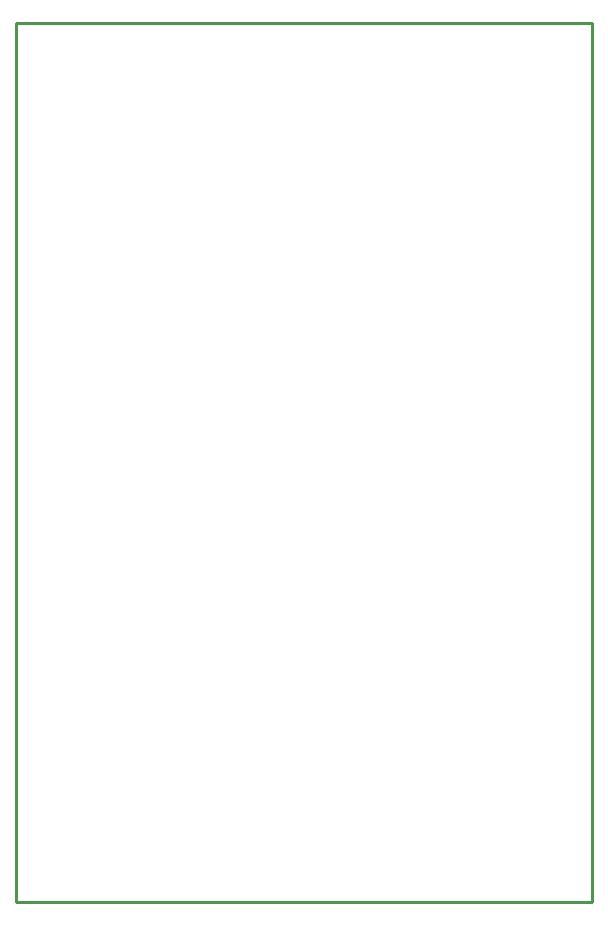
<source format=gko>
G04*
G04 #@! TF.GenerationSoftware,Altium Limited,Altium Designer,19.0.10 (269)*
G04*
G04 Layer_Color=16711935*
%FSLAX24Y24*%
%MOIN*%
G70*
G01*
G75*
%ADD16C,0.0100*%
D16*
X0Y0D02*
X19200D01*
Y29300D01*
X0D02*
X19200D01*
X0Y0D02*
Y29300D01*
M02*

</source>
